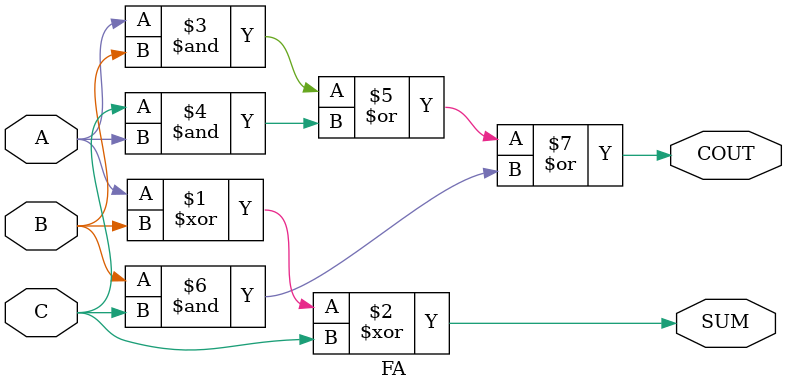
<source format=v>

module FA (A,B,C,SUM,COUT);
input A;
input B;
input C;
output SUM;
output COUT;

assign SUM = A ^ B ^ C;
assign COUT = A&B | C&A | B&C;

endmodule 

</source>
